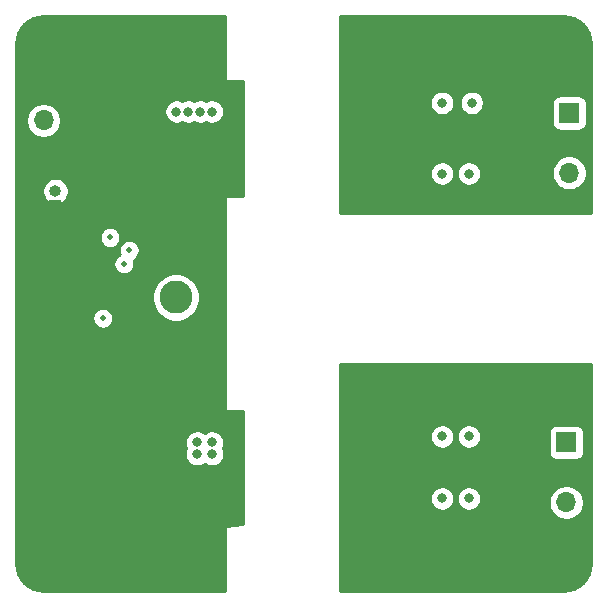
<source format=gbr>
G04 #@! TF.GenerationSoftware,KiCad,Pcbnew,5.1.5+dfsg1-2build2*
G04 #@! TF.CreationDate,2021-07-02T23:51:08+02:00*
G04 #@! TF.ProjectId,flyback_DCM,666c7962-6163-46b5-9f44-434d2e6b6963,rev?*
G04 #@! TF.SameCoordinates,Original*
G04 #@! TF.FileFunction,Copper,L3,Inr*
G04 #@! TF.FilePolarity,Positive*
%FSLAX46Y46*%
G04 Gerber Fmt 4.6, Leading zero omitted, Abs format (unit mm)*
G04 Created by KiCad (PCBNEW 5.1.5+dfsg1-2build2) date 2021-07-02 23:51:08*
%MOMM*%
%LPD*%
G04 APERTURE LIST*
%ADD10O,1.000000X1.000000*%
%ADD11R,1.000000X1.000000*%
%ADD12O,1.700000X1.700000*%
%ADD13R,1.700000X1.700000*%
%ADD14C,0.499999*%
%ADD15C,0.700000*%
%ADD16C,4.400000*%
%ADD17C,2.800000*%
%ADD18C,0.800000*%
%ADD19C,0.500000*%
%ADD20C,0.254000*%
G04 APERTURE END LIST*
D10*
X124000000Y-95480000D03*
D11*
X124000000Y-96750000D03*
D12*
X123000000Y-89500000D03*
D13*
X123000000Y-92040000D03*
D14*
X127000000Y-100000000D03*
X127000000Y-102500000D03*
X126259999Y-101250000D03*
X127740001Y-101250000D03*
D15*
X124166726Y-81833274D03*
X123000000Y-81350000D03*
X121833274Y-81833274D03*
X121350000Y-83000000D03*
X121833274Y-84166726D03*
X123000000Y-84650000D03*
X124166726Y-84166726D03*
X124650000Y-83000000D03*
D16*
X123000000Y-83000000D03*
D15*
X168166726Y-81833274D03*
X167000000Y-81350000D03*
X165833274Y-81833274D03*
X165350000Y-83000000D03*
X165833274Y-84166726D03*
X167000000Y-84650000D03*
X168166726Y-84166726D03*
X168650000Y-83000000D03*
D16*
X167000000Y-83000000D03*
D15*
X124166726Y-125833274D03*
X123000000Y-125350000D03*
X121833274Y-125833274D03*
X121350000Y-127000000D03*
X121833274Y-128166726D03*
X123000000Y-128650000D03*
X124166726Y-128166726D03*
X124650000Y-127000000D03*
D16*
X123000000Y-127000000D03*
D15*
X168166726Y-125833274D03*
X167000000Y-125350000D03*
X165833274Y-125833274D03*
X165350000Y-127000000D03*
X165833274Y-128166726D03*
X167000000Y-128650000D03*
X168166726Y-128166726D03*
X168650000Y-127000000D03*
D16*
X167000000Y-127000000D03*
D12*
X167500000Y-93940000D03*
X167500000Y-91400000D03*
D13*
X167500000Y-88860000D03*
X167250000Y-116760000D03*
D12*
X167250000Y-119300000D03*
X167250000Y-121840000D03*
D17*
X134208000Y-104484000D03*
D18*
X137250000Y-117750000D03*
D19*
X130250000Y-100500000D03*
D18*
X137250000Y-88750000D03*
X136250000Y-88750000D03*
X135250000Y-88750000D03*
X134250000Y-88750000D03*
X137250000Y-116750000D03*
X136000000Y-116750000D03*
X136000000Y-117750000D03*
X126000000Y-96500000D03*
X126000000Y-97750000D03*
X125000000Y-103500000D03*
X126250000Y-103500000D03*
X127500000Y-103500000D03*
X123250000Y-105250000D03*
X121250000Y-97250000D03*
X126000000Y-99000000D03*
X126000000Y-94500000D03*
X125500000Y-93250000D03*
X125000000Y-92000000D03*
X136250000Y-82750000D03*
X134500000Y-84250000D03*
X135750000Y-110750000D03*
X134750000Y-110750000D03*
X134750000Y-111750000D03*
X134750000Y-112750000D03*
X156750000Y-94000000D03*
X159000000Y-94000000D03*
X156750000Y-88000000D03*
X159250000Y-88000000D03*
X156750000Y-116250000D03*
X159000000Y-116250000D03*
X156750000Y-121500000D03*
X159000000Y-121500000D03*
X164750000Y-86000000D03*
X163750000Y-96000000D03*
X165000000Y-96000000D03*
X164500000Y-90000000D03*
X164500000Y-113750000D03*
X164500000Y-115250000D03*
X164750000Y-123250000D03*
D19*
X128620000Y-99404000D03*
X128000000Y-106250000D03*
X129800000Y-101650000D03*
D20*
G36*
X138373000Y-86000000D02*
G01*
X138375440Y-86024776D01*
X138382667Y-86048601D01*
X138394403Y-86070557D01*
X138410197Y-86089803D01*
X138429443Y-86105597D01*
X138451399Y-86117333D01*
X138475224Y-86124560D01*
X138500000Y-86127000D01*
X139873000Y-86127000D01*
X139873000Y-95873000D01*
X138500000Y-95873000D01*
X138475224Y-95875440D01*
X138451399Y-95882667D01*
X138429443Y-95894403D01*
X138410197Y-95910197D01*
X138394403Y-95929443D01*
X138382667Y-95951399D01*
X138375440Y-95975224D01*
X138373000Y-96000000D01*
X138373000Y-114000000D01*
X138375440Y-114024776D01*
X138382667Y-114048601D01*
X138394403Y-114070557D01*
X138410197Y-114089803D01*
X138429443Y-114105597D01*
X138451399Y-114117333D01*
X138475224Y-114124560D01*
X138500000Y-114127000D01*
X139873000Y-114127000D01*
X139873000Y-123675567D01*
X138482039Y-123874276D01*
X138451399Y-123882667D01*
X138429443Y-123894403D01*
X138410197Y-123910197D01*
X138394403Y-123929443D01*
X138382667Y-123951399D01*
X138375440Y-123975224D01*
X138373000Y-124000000D01*
X138373000Y-129340000D01*
X123032279Y-129340000D01*
X122546106Y-129292330D01*
X122109503Y-129160512D01*
X121706814Y-128946399D01*
X121353387Y-128658150D01*
X121062673Y-128306739D01*
X120845760Y-127905564D01*
X120710894Y-127469886D01*
X120660000Y-126985664D01*
X120660000Y-116648061D01*
X134965000Y-116648061D01*
X134965000Y-116851939D01*
X135004774Y-117051898D01*
X135082795Y-117240256D01*
X135089306Y-117250000D01*
X135082795Y-117259744D01*
X135004774Y-117448102D01*
X134965000Y-117648061D01*
X134965000Y-117851939D01*
X135004774Y-118051898D01*
X135082795Y-118240256D01*
X135196063Y-118409774D01*
X135340226Y-118553937D01*
X135509744Y-118667205D01*
X135698102Y-118745226D01*
X135898061Y-118785000D01*
X136101939Y-118785000D01*
X136301898Y-118745226D01*
X136490256Y-118667205D01*
X136625000Y-118577172D01*
X136759744Y-118667205D01*
X136948102Y-118745226D01*
X137148061Y-118785000D01*
X137351939Y-118785000D01*
X137551898Y-118745226D01*
X137740256Y-118667205D01*
X137909774Y-118553937D01*
X138053937Y-118409774D01*
X138167205Y-118240256D01*
X138245226Y-118051898D01*
X138285000Y-117851939D01*
X138285000Y-117648061D01*
X138245226Y-117448102D01*
X138167205Y-117259744D01*
X138160694Y-117250000D01*
X138167205Y-117240256D01*
X138245226Y-117051898D01*
X138285000Y-116851939D01*
X138285000Y-116648061D01*
X138245226Y-116448102D01*
X138167205Y-116259744D01*
X138053937Y-116090226D01*
X137909774Y-115946063D01*
X137740256Y-115832795D01*
X137551898Y-115754774D01*
X137351939Y-115715000D01*
X137148061Y-115715000D01*
X136948102Y-115754774D01*
X136759744Y-115832795D01*
X136625000Y-115922828D01*
X136490256Y-115832795D01*
X136301898Y-115754774D01*
X136101939Y-115715000D01*
X135898061Y-115715000D01*
X135698102Y-115754774D01*
X135509744Y-115832795D01*
X135340226Y-115946063D01*
X135196063Y-116090226D01*
X135082795Y-116259744D01*
X135004774Y-116448102D01*
X134965000Y-116648061D01*
X120660000Y-116648061D01*
X120660000Y-106162835D01*
X127115000Y-106162835D01*
X127115000Y-106337165D01*
X127149010Y-106508145D01*
X127215723Y-106669205D01*
X127312576Y-106814155D01*
X127435845Y-106937424D01*
X127580795Y-107034277D01*
X127741855Y-107100990D01*
X127912835Y-107135000D01*
X128087165Y-107135000D01*
X128258145Y-107100990D01*
X128419205Y-107034277D01*
X128564155Y-106937424D01*
X128687424Y-106814155D01*
X128784277Y-106669205D01*
X128850990Y-106508145D01*
X128885000Y-106337165D01*
X128885000Y-106162835D01*
X128850990Y-105991855D01*
X128784277Y-105830795D01*
X128687424Y-105685845D01*
X128564155Y-105562576D01*
X128419205Y-105465723D01*
X128258145Y-105399010D01*
X128087165Y-105365000D01*
X127912835Y-105365000D01*
X127741855Y-105399010D01*
X127580795Y-105465723D01*
X127435845Y-105562576D01*
X127312576Y-105685845D01*
X127215723Y-105830795D01*
X127149010Y-105991855D01*
X127115000Y-106162835D01*
X120660000Y-106162835D01*
X120660000Y-104283570D01*
X132173000Y-104283570D01*
X132173000Y-104684430D01*
X132251204Y-105077587D01*
X132404607Y-105447934D01*
X132627313Y-105781237D01*
X132910763Y-106064687D01*
X133244066Y-106287393D01*
X133614413Y-106440796D01*
X134007570Y-106519000D01*
X134408430Y-106519000D01*
X134801587Y-106440796D01*
X135171934Y-106287393D01*
X135505237Y-106064687D01*
X135788687Y-105781237D01*
X136011393Y-105447934D01*
X136164796Y-105077587D01*
X136243000Y-104684430D01*
X136243000Y-104283570D01*
X136164796Y-103890413D01*
X136011393Y-103520066D01*
X135788687Y-103186763D01*
X135505237Y-102903313D01*
X135171934Y-102680607D01*
X134801587Y-102527204D01*
X134408430Y-102449000D01*
X134007570Y-102449000D01*
X133614413Y-102527204D01*
X133244066Y-102680607D01*
X132910763Y-102903313D01*
X132627313Y-103186763D01*
X132404607Y-103520066D01*
X132251204Y-103890413D01*
X132173000Y-104283570D01*
X120660000Y-104283570D01*
X120660000Y-101562835D01*
X128915000Y-101562835D01*
X128915000Y-101737165D01*
X128949010Y-101908145D01*
X129015723Y-102069205D01*
X129112576Y-102214155D01*
X129235845Y-102337424D01*
X129380795Y-102434277D01*
X129541855Y-102500990D01*
X129712835Y-102535000D01*
X129887165Y-102535000D01*
X130058145Y-102500990D01*
X130219205Y-102434277D01*
X130364155Y-102337424D01*
X130487424Y-102214155D01*
X130584277Y-102069205D01*
X130650990Y-101908145D01*
X130685000Y-101737165D01*
X130685000Y-101562835D01*
X130650990Y-101391855D01*
X130615623Y-101306471D01*
X130669205Y-101284277D01*
X130814155Y-101187424D01*
X130937424Y-101064155D01*
X131034277Y-100919205D01*
X131100990Y-100758145D01*
X131135000Y-100587165D01*
X131135000Y-100412835D01*
X131100990Y-100241855D01*
X131034277Y-100080795D01*
X130937424Y-99935845D01*
X130814155Y-99812576D01*
X130669205Y-99715723D01*
X130508145Y-99649010D01*
X130337165Y-99615000D01*
X130162835Y-99615000D01*
X129991855Y-99649010D01*
X129830795Y-99715723D01*
X129685845Y-99812576D01*
X129562576Y-99935845D01*
X129465723Y-100080795D01*
X129399010Y-100241855D01*
X129365000Y-100412835D01*
X129365000Y-100587165D01*
X129399010Y-100758145D01*
X129434377Y-100843529D01*
X129380795Y-100865723D01*
X129235845Y-100962576D01*
X129112576Y-101085845D01*
X129015723Y-101230795D01*
X128949010Y-101391855D01*
X128915000Y-101562835D01*
X120660000Y-101562835D01*
X120660000Y-99316835D01*
X127735000Y-99316835D01*
X127735000Y-99491165D01*
X127769010Y-99662145D01*
X127835723Y-99823205D01*
X127932576Y-99968155D01*
X128055845Y-100091424D01*
X128200795Y-100188277D01*
X128361855Y-100254990D01*
X128532835Y-100289000D01*
X128707165Y-100289000D01*
X128878145Y-100254990D01*
X129039205Y-100188277D01*
X129184155Y-100091424D01*
X129307424Y-99968155D01*
X129404277Y-99823205D01*
X129470990Y-99662145D01*
X129505000Y-99491165D01*
X129505000Y-99316835D01*
X129470990Y-99145855D01*
X129404277Y-98984795D01*
X129307424Y-98839845D01*
X129184155Y-98716576D01*
X129039205Y-98619723D01*
X128878145Y-98553010D01*
X128707165Y-98519000D01*
X128532835Y-98519000D01*
X128361855Y-98553010D01*
X128200795Y-98619723D01*
X128055845Y-98716576D01*
X127932576Y-98839845D01*
X127835723Y-98984795D01*
X127769010Y-99145855D01*
X127735000Y-99316835D01*
X120660000Y-99316835D01*
X120660000Y-95368212D01*
X122865000Y-95368212D01*
X122865000Y-95591788D01*
X122908617Y-95811067D01*
X122994176Y-96017624D01*
X123118388Y-96203520D01*
X123276480Y-96361612D01*
X123462376Y-96485824D01*
X123668933Y-96571383D01*
X123888212Y-96615000D01*
X124111788Y-96615000D01*
X124331067Y-96571383D01*
X124537624Y-96485824D01*
X124723520Y-96361612D01*
X124881612Y-96203520D01*
X125005824Y-96017624D01*
X125091383Y-95811067D01*
X125135000Y-95591788D01*
X125135000Y-95368212D01*
X125091383Y-95148933D01*
X125005824Y-94942376D01*
X124881612Y-94756480D01*
X124723520Y-94598388D01*
X124537624Y-94474176D01*
X124331067Y-94388617D01*
X124111788Y-94345000D01*
X123888212Y-94345000D01*
X123668933Y-94388617D01*
X123462376Y-94474176D01*
X123276480Y-94598388D01*
X123118388Y-94756480D01*
X122994176Y-94942376D01*
X122908617Y-95148933D01*
X122865000Y-95368212D01*
X120660000Y-95368212D01*
X120660000Y-89353740D01*
X121515000Y-89353740D01*
X121515000Y-89646260D01*
X121572068Y-89933158D01*
X121684010Y-90203411D01*
X121846525Y-90446632D01*
X122053368Y-90653475D01*
X122296589Y-90815990D01*
X122566842Y-90927932D01*
X122853740Y-90985000D01*
X123146260Y-90985000D01*
X123433158Y-90927932D01*
X123703411Y-90815990D01*
X123946632Y-90653475D01*
X124153475Y-90446632D01*
X124315990Y-90203411D01*
X124427932Y-89933158D01*
X124485000Y-89646260D01*
X124485000Y-89353740D01*
X124427932Y-89066842D01*
X124315990Y-88796589D01*
X124216747Y-88648061D01*
X133215000Y-88648061D01*
X133215000Y-88851939D01*
X133254774Y-89051898D01*
X133332795Y-89240256D01*
X133446063Y-89409774D01*
X133590226Y-89553937D01*
X133759744Y-89667205D01*
X133948102Y-89745226D01*
X134148061Y-89785000D01*
X134351939Y-89785000D01*
X134551898Y-89745226D01*
X134740256Y-89667205D01*
X134750000Y-89660694D01*
X134759744Y-89667205D01*
X134948102Y-89745226D01*
X135148061Y-89785000D01*
X135351939Y-89785000D01*
X135551898Y-89745226D01*
X135740256Y-89667205D01*
X135750000Y-89660694D01*
X135759744Y-89667205D01*
X135948102Y-89745226D01*
X136148061Y-89785000D01*
X136351939Y-89785000D01*
X136551898Y-89745226D01*
X136740256Y-89667205D01*
X136750000Y-89660694D01*
X136759744Y-89667205D01*
X136948102Y-89745226D01*
X137148061Y-89785000D01*
X137351939Y-89785000D01*
X137551898Y-89745226D01*
X137740256Y-89667205D01*
X137909774Y-89553937D01*
X138053937Y-89409774D01*
X138167205Y-89240256D01*
X138245226Y-89051898D01*
X138285000Y-88851939D01*
X138285000Y-88648061D01*
X138245226Y-88448102D01*
X138167205Y-88259744D01*
X138053937Y-88090226D01*
X137909774Y-87946063D01*
X137740256Y-87832795D01*
X137551898Y-87754774D01*
X137351939Y-87715000D01*
X137148061Y-87715000D01*
X136948102Y-87754774D01*
X136759744Y-87832795D01*
X136750000Y-87839306D01*
X136740256Y-87832795D01*
X136551898Y-87754774D01*
X136351939Y-87715000D01*
X136148061Y-87715000D01*
X135948102Y-87754774D01*
X135759744Y-87832795D01*
X135750000Y-87839306D01*
X135740256Y-87832795D01*
X135551898Y-87754774D01*
X135351939Y-87715000D01*
X135148061Y-87715000D01*
X134948102Y-87754774D01*
X134759744Y-87832795D01*
X134750000Y-87839306D01*
X134740256Y-87832795D01*
X134551898Y-87754774D01*
X134351939Y-87715000D01*
X134148061Y-87715000D01*
X133948102Y-87754774D01*
X133759744Y-87832795D01*
X133590226Y-87946063D01*
X133446063Y-88090226D01*
X133332795Y-88259744D01*
X133254774Y-88448102D01*
X133215000Y-88648061D01*
X124216747Y-88648061D01*
X124153475Y-88553368D01*
X123946632Y-88346525D01*
X123703411Y-88184010D01*
X123433158Y-88072068D01*
X123146260Y-88015000D01*
X122853740Y-88015000D01*
X122566842Y-88072068D01*
X122296589Y-88184010D01*
X122053368Y-88346525D01*
X121846525Y-88553368D01*
X121684010Y-88796589D01*
X121572068Y-89066842D01*
X121515000Y-89353740D01*
X120660000Y-89353740D01*
X120660000Y-83032279D01*
X120707670Y-82546107D01*
X120839489Y-82109502D01*
X121053600Y-81706815D01*
X121341848Y-81353388D01*
X121693261Y-81062673D01*
X122094439Y-80845758D01*
X122530113Y-80710894D01*
X123014344Y-80660000D01*
X138373000Y-80660000D01*
X138373000Y-86000000D01*
G37*
X138373000Y-86000000D02*
X138375440Y-86024776D01*
X138382667Y-86048601D01*
X138394403Y-86070557D01*
X138410197Y-86089803D01*
X138429443Y-86105597D01*
X138451399Y-86117333D01*
X138475224Y-86124560D01*
X138500000Y-86127000D01*
X139873000Y-86127000D01*
X139873000Y-95873000D01*
X138500000Y-95873000D01*
X138475224Y-95875440D01*
X138451399Y-95882667D01*
X138429443Y-95894403D01*
X138410197Y-95910197D01*
X138394403Y-95929443D01*
X138382667Y-95951399D01*
X138375440Y-95975224D01*
X138373000Y-96000000D01*
X138373000Y-114000000D01*
X138375440Y-114024776D01*
X138382667Y-114048601D01*
X138394403Y-114070557D01*
X138410197Y-114089803D01*
X138429443Y-114105597D01*
X138451399Y-114117333D01*
X138475224Y-114124560D01*
X138500000Y-114127000D01*
X139873000Y-114127000D01*
X139873000Y-123675567D01*
X138482039Y-123874276D01*
X138451399Y-123882667D01*
X138429443Y-123894403D01*
X138410197Y-123910197D01*
X138394403Y-123929443D01*
X138382667Y-123951399D01*
X138375440Y-123975224D01*
X138373000Y-124000000D01*
X138373000Y-129340000D01*
X123032279Y-129340000D01*
X122546106Y-129292330D01*
X122109503Y-129160512D01*
X121706814Y-128946399D01*
X121353387Y-128658150D01*
X121062673Y-128306739D01*
X120845760Y-127905564D01*
X120710894Y-127469886D01*
X120660000Y-126985664D01*
X120660000Y-116648061D01*
X134965000Y-116648061D01*
X134965000Y-116851939D01*
X135004774Y-117051898D01*
X135082795Y-117240256D01*
X135089306Y-117250000D01*
X135082795Y-117259744D01*
X135004774Y-117448102D01*
X134965000Y-117648061D01*
X134965000Y-117851939D01*
X135004774Y-118051898D01*
X135082795Y-118240256D01*
X135196063Y-118409774D01*
X135340226Y-118553937D01*
X135509744Y-118667205D01*
X135698102Y-118745226D01*
X135898061Y-118785000D01*
X136101939Y-118785000D01*
X136301898Y-118745226D01*
X136490256Y-118667205D01*
X136625000Y-118577172D01*
X136759744Y-118667205D01*
X136948102Y-118745226D01*
X137148061Y-118785000D01*
X137351939Y-118785000D01*
X137551898Y-118745226D01*
X137740256Y-118667205D01*
X137909774Y-118553937D01*
X138053937Y-118409774D01*
X138167205Y-118240256D01*
X138245226Y-118051898D01*
X138285000Y-117851939D01*
X138285000Y-117648061D01*
X138245226Y-117448102D01*
X138167205Y-117259744D01*
X138160694Y-117250000D01*
X138167205Y-117240256D01*
X138245226Y-117051898D01*
X138285000Y-116851939D01*
X138285000Y-116648061D01*
X138245226Y-116448102D01*
X138167205Y-116259744D01*
X138053937Y-116090226D01*
X137909774Y-115946063D01*
X137740256Y-115832795D01*
X137551898Y-115754774D01*
X137351939Y-115715000D01*
X137148061Y-115715000D01*
X136948102Y-115754774D01*
X136759744Y-115832795D01*
X136625000Y-115922828D01*
X136490256Y-115832795D01*
X136301898Y-115754774D01*
X136101939Y-115715000D01*
X135898061Y-115715000D01*
X135698102Y-115754774D01*
X135509744Y-115832795D01*
X135340226Y-115946063D01*
X135196063Y-116090226D01*
X135082795Y-116259744D01*
X135004774Y-116448102D01*
X134965000Y-116648061D01*
X120660000Y-116648061D01*
X120660000Y-106162835D01*
X127115000Y-106162835D01*
X127115000Y-106337165D01*
X127149010Y-106508145D01*
X127215723Y-106669205D01*
X127312576Y-106814155D01*
X127435845Y-106937424D01*
X127580795Y-107034277D01*
X127741855Y-107100990D01*
X127912835Y-107135000D01*
X128087165Y-107135000D01*
X128258145Y-107100990D01*
X128419205Y-107034277D01*
X128564155Y-106937424D01*
X128687424Y-106814155D01*
X128784277Y-106669205D01*
X128850990Y-106508145D01*
X128885000Y-106337165D01*
X128885000Y-106162835D01*
X128850990Y-105991855D01*
X128784277Y-105830795D01*
X128687424Y-105685845D01*
X128564155Y-105562576D01*
X128419205Y-105465723D01*
X128258145Y-105399010D01*
X128087165Y-105365000D01*
X127912835Y-105365000D01*
X127741855Y-105399010D01*
X127580795Y-105465723D01*
X127435845Y-105562576D01*
X127312576Y-105685845D01*
X127215723Y-105830795D01*
X127149010Y-105991855D01*
X127115000Y-106162835D01*
X120660000Y-106162835D01*
X120660000Y-104283570D01*
X132173000Y-104283570D01*
X132173000Y-104684430D01*
X132251204Y-105077587D01*
X132404607Y-105447934D01*
X132627313Y-105781237D01*
X132910763Y-106064687D01*
X133244066Y-106287393D01*
X133614413Y-106440796D01*
X134007570Y-106519000D01*
X134408430Y-106519000D01*
X134801587Y-106440796D01*
X135171934Y-106287393D01*
X135505237Y-106064687D01*
X135788687Y-105781237D01*
X136011393Y-105447934D01*
X136164796Y-105077587D01*
X136243000Y-104684430D01*
X136243000Y-104283570D01*
X136164796Y-103890413D01*
X136011393Y-103520066D01*
X135788687Y-103186763D01*
X135505237Y-102903313D01*
X135171934Y-102680607D01*
X134801587Y-102527204D01*
X134408430Y-102449000D01*
X134007570Y-102449000D01*
X133614413Y-102527204D01*
X133244066Y-102680607D01*
X132910763Y-102903313D01*
X132627313Y-103186763D01*
X132404607Y-103520066D01*
X132251204Y-103890413D01*
X132173000Y-104283570D01*
X120660000Y-104283570D01*
X120660000Y-101562835D01*
X128915000Y-101562835D01*
X128915000Y-101737165D01*
X128949010Y-101908145D01*
X129015723Y-102069205D01*
X129112576Y-102214155D01*
X129235845Y-102337424D01*
X129380795Y-102434277D01*
X129541855Y-102500990D01*
X129712835Y-102535000D01*
X129887165Y-102535000D01*
X130058145Y-102500990D01*
X130219205Y-102434277D01*
X130364155Y-102337424D01*
X130487424Y-102214155D01*
X130584277Y-102069205D01*
X130650990Y-101908145D01*
X130685000Y-101737165D01*
X130685000Y-101562835D01*
X130650990Y-101391855D01*
X130615623Y-101306471D01*
X130669205Y-101284277D01*
X130814155Y-101187424D01*
X130937424Y-101064155D01*
X131034277Y-100919205D01*
X131100990Y-100758145D01*
X131135000Y-100587165D01*
X131135000Y-100412835D01*
X131100990Y-100241855D01*
X131034277Y-100080795D01*
X130937424Y-99935845D01*
X130814155Y-99812576D01*
X130669205Y-99715723D01*
X130508145Y-99649010D01*
X130337165Y-99615000D01*
X130162835Y-99615000D01*
X129991855Y-99649010D01*
X129830795Y-99715723D01*
X129685845Y-99812576D01*
X129562576Y-99935845D01*
X129465723Y-100080795D01*
X129399010Y-100241855D01*
X129365000Y-100412835D01*
X129365000Y-100587165D01*
X129399010Y-100758145D01*
X129434377Y-100843529D01*
X129380795Y-100865723D01*
X129235845Y-100962576D01*
X129112576Y-101085845D01*
X129015723Y-101230795D01*
X128949010Y-101391855D01*
X128915000Y-101562835D01*
X120660000Y-101562835D01*
X120660000Y-99316835D01*
X127735000Y-99316835D01*
X127735000Y-99491165D01*
X127769010Y-99662145D01*
X127835723Y-99823205D01*
X127932576Y-99968155D01*
X128055845Y-100091424D01*
X128200795Y-100188277D01*
X128361855Y-100254990D01*
X128532835Y-100289000D01*
X128707165Y-100289000D01*
X128878145Y-100254990D01*
X129039205Y-100188277D01*
X129184155Y-100091424D01*
X129307424Y-99968155D01*
X129404277Y-99823205D01*
X129470990Y-99662145D01*
X129505000Y-99491165D01*
X129505000Y-99316835D01*
X129470990Y-99145855D01*
X129404277Y-98984795D01*
X129307424Y-98839845D01*
X129184155Y-98716576D01*
X129039205Y-98619723D01*
X128878145Y-98553010D01*
X128707165Y-98519000D01*
X128532835Y-98519000D01*
X128361855Y-98553010D01*
X128200795Y-98619723D01*
X128055845Y-98716576D01*
X127932576Y-98839845D01*
X127835723Y-98984795D01*
X127769010Y-99145855D01*
X127735000Y-99316835D01*
X120660000Y-99316835D01*
X120660000Y-95368212D01*
X122865000Y-95368212D01*
X122865000Y-95591788D01*
X122908617Y-95811067D01*
X122994176Y-96017624D01*
X123118388Y-96203520D01*
X123276480Y-96361612D01*
X123462376Y-96485824D01*
X123668933Y-96571383D01*
X123888212Y-96615000D01*
X124111788Y-96615000D01*
X124331067Y-96571383D01*
X124537624Y-96485824D01*
X124723520Y-96361612D01*
X124881612Y-96203520D01*
X125005824Y-96017624D01*
X125091383Y-95811067D01*
X125135000Y-95591788D01*
X125135000Y-95368212D01*
X125091383Y-95148933D01*
X125005824Y-94942376D01*
X124881612Y-94756480D01*
X124723520Y-94598388D01*
X124537624Y-94474176D01*
X124331067Y-94388617D01*
X124111788Y-94345000D01*
X123888212Y-94345000D01*
X123668933Y-94388617D01*
X123462376Y-94474176D01*
X123276480Y-94598388D01*
X123118388Y-94756480D01*
X122994176Y-94942376D01*
X122908617Y-95148933D01*
X122865000Y-95368212D01*
X120660000Y-95368212D01*
X120660000Y-89353740D01*
X121515000Y-89353740D01*
X121515000Y-89646260D01*
X121572068Y-89933158D01*
X121684010Y-90203411D01*
X121846525Y-90446632D01*
X122053368Y-90653475D01*
X122296589Y-90815990D01*
X122566842Y-90927932D01*
X122853740Y-90985000D01*
X123146260Y-90985000D01*
X123433158Y-90927932D01*
X123703411Y-90815990D01*
X123946632Y-90653475D01*
X124153475Y-90446632D01*
X124315990Y-90203411D01*
X124427932Y-89933158D01*
X124485000Y-89646260D01*
X124485000Y-89353740D01*
X124427932Y-89066842D01*
X124315990Y-88796589D01*
X124216747Y-88648061D01*
X133215000Y-88648061D01*
X133215000Y-88851939D01*
X133254774Y-89051898D01*
X133332795Y-89240256D01*
X133446063Y-89409774D01*
X133590226Y-89553937D01*
X133759744Y-89667205D01*
X133948102Y-89745226D01*
X134148061Y-89785000D01*
X134351939Y-89785000D01*
X134551898Y-89745226D01*
X134740256Y-89667205D01*
X134750000Y-89660694D01*
X134759744Y-89667205D01*
X134948102Y-89745226D01*
X135148061Y-89785000D01*
X135351939Y-89785000D01*
X135551898Y-89745226D01*
X135740256Y-89667205D01*
X135750000Y-89660694D01*
X135759744Y-89667205D01*
X135948102Y-89745226D01*
X136148061Y-89785000D01*
X136351939Y-89785000D01*
X136551898Y-89745226D01*
X136740256Y-89667205D01*
X136750000Y-89660694D01*
X136759744Y-89667205D01*
X136948102Y-89745226D01*
X137148061Y-89785000D01*
X137351939Y-89785000D01*
X137551898Y-89745226D01*
X137740256Y-89667205D01*
X137909774Y-89553937D01*
X138053937Y-89409774D01*
X138167205Y-89240256D01*
X138245226Y-89051898D01*
X138285000Y-88851939D01*
X138285000Y-88648061D01*
X138245226Y-88448102D01*
X138167205Y-88259744D01*
X138053937Y-88090226D01*
X137909774Y-87946063D01*
X137740256Y-87832795D01*
X137551898Y-87754774D01*
X137351939Y-87715000D01*
X137148061Y-87715000D01*
X136948102Y-87754774D01*
X136759744Y-87832795D01*
X136750000Y-87839306D01*
X136740256Y-87832795D01*
X136551898Y-87754774D01*
X136351939Y-87715000D01*
X136148061Y-87715000D01*
X135948102Y-87754774D01*
X135759744Y-87832795D01*
X135750000Y-87839306D01*
X135740256Y-87832795D01*
X135551898Y-87754774D01*
X135351939Y-87715000D01*
X135148061Y-87715000D01*
X134948102Y-87754774D01*
X134759744Y-87832795D01*
X134750000Y-87839306D01*
X134740256Y-87832795D01*
X134551898Y-87754774D01*
X134351939Y-87715000D01*
X134148061Y-87715000D01*
X133948102Y-87754774D01*
X133759744Y-87832795D01*
X133590226Y-87946063D01*
X133446063Y-88090226D01*
X133332795Y-88259744D01*
X133254774Y-88448102D01*
X133215000Y-88648061D01*
X124216747Y-88648061D01*
X124153475Y-88553368D01*
X123946632Y-88346525D01*
X123703411Y-88184010D01*
X123433158Y-88072068D01*
X123146260Y-88015000D01*
X122853740Y-88015000D01*
X122566842Y-88072068D01*
X122296589Y-88184010D01*
X122053368Y-88346525D01*
X121846525Y-88553368D01*
X121684010Y-88796589D01*
X121572068Y-89066842D01*
X121515000Y-89353740D01*
X120660000Y-89353740D01*
X120660000Y-83032279D01*
X120707670Y-82546107D01*
X120839489Y-82109502D01*
X121053600Y-81706815D01*
X121341848Y-81353388D01*
X121693261Y-81062673D01*
X122094439Y-80845758D01*
X122530113Y-80710894D01*
X123014344Y-80660000D01*
X138373000Y-80660000D01*
X138373000Y-86000000D01*
G36*
X167453893Y-80707670D02*
G01*
X167890498Y-80839489D01*
X168293185Y-81053600D01*
X168646612Y-81341848D01*
X168937327Y-81693261D01*
X169154242Y-82094439D01*
X169289106Y-82530113D01*
X169340000Y-83014344D01*
X169340000Y-97373000D01*
X148127000Y-97373000D01*
X148127000Y-93898061D01*
X155715000Y-93898061D01*
X155715000Y-94101939D01*
X155754774Y-94301898D01*
X155832795Y-94490256D01*
X155946063Y-94659774D01*
X156090226Y-94803937D01*
X156259744Y-94917205D01*
X156448102Y-94995226D01*
X156648061Y-95035000D01*
X156851939Y-95035000D01*
X157051898Y-94995226D01*
X157240256Y-94917205D01*
X157409774Y-94803937D01*
X157553937Y-94659774D01*
X157667205Y-94490256D01*
X157745226Y-94301898D01*
X157785000Y-94101939D01*
X157785000Y-93898061D01*
X157965000Y-93898061D01*
X157965000Y-94101939D01*
X158004774Y-94301898D01*
X158082795Y-94490256D01*
X158196063Y-94659774D01*
X158340226Y-94803937D01*
X158509744Y-94917205D01*
X158698102Y-94995226D01*
X158898061Y-95035000D01*
X159101939Y-95035000D01*
X159301898Y-94995226D01*
X159490256Y-94917205D01*
X159659774Y-94803937D01*
X159803937Y-94659774D01*
X159917205Y-94490256D01*
X159995226Y-94301898D01*
X160035000Y-94101939D01*
X160035000Y-93898061D01*
X160014250Y-93793740D01*
X166015000Y-93793740D01*
X166015000Y-94086260D01*
X166072068Y-94373158D01*
X166184010Y-94643411D01*
X166346525Y-94886632D01*
X166553368Y-95093475D01*
X166796589Y-95255990D01*
X167066842Y-95367932D01*
X167353740Y-95425000D01*
X167646260Y-95425000D01*
X167933158Y-95367932D01*
X168203411Y-95255990D01*
X168446632Y-95093475D01*
X168653475Y-94886632D01*
X168815990Y-94643411D01*
X168927932Y-94373158D01*
X168985000Y-94086260D01*
X168985000Y-93793740D01*
X168927932Y-93506842D01*
X168815990Y-93236589D01*
X168653475Y-92993368D01*
X168446632Y-92786525D01*
X168203411Y-92624010D01*
X167933158Y-92512068D01*
X167646260Y-92455000D01*
X167353740Y-92455000D01*
X167066842Y-92512068D01*
X166796589Y-92624010D01*
X166553368Y-92786525D01*
X166346525Y-92993368D01*
X166184010Y-93236589D01*
X166072068Y-93506842D01*
X166015000Y-93793740D01*
X160014250Y-93793740D01*
X159995226Y-93698102D01*
X159917205Y-93509744D01*
X159803937Y-93340226D01*
X159659774Y-93196063D01*
X159490256Y-93082795D01*
X159301898Y-93004774D01*
X159101939Y-92965000D01*
X158898061Y-92965000D01*
X158698102Y-93004774D01*
X158509744Y-93082795D01*
X158340226Y-93196063D01*
X158196063Y-93340226D01*
X158082795Y-93509744D01*
X158004774Y-93698102D01*
X157965000Y-93898061D01*
X157785000Y-93898061D01*
X157745226Y-93698102D01*
X157667205Y-93509744D01*
X157553937Y-93340226D01*
X157409774Y-93196063D01*
X157240256Y-93082795D01*
X157051898Y-93004774D01*
X156851939Y-92965000D01*
X156648061Y-92965000D01*
X156448102Y-93004774D01*
X156259744Y-93082795D01*
X156090226Y-93196063D01*
X155946063Y-93340226D01*
X155832795Y-93509744D01*
X155754774Y-93698102D01*
X155715000Y-93898061D01*
X148127000Y-93898061D01*
X148127000Y-87898061D01*
X155715000Y-87898061D01*
X155715000Y-88101939D01*
X155754774Y-88301898D01*
X155832795Y-88490256D01*
X155946063Y-88659774D01*
X156090226Y-88803937D01*
X156259744Y-88917205D01*
X156448102Y-88995226D01*
X156648061Y-89035000D01*
X156851939Y-89035000D01*
X157051898Y-88995226D01*
X157240256Y-88917205D01*
X157409774Y-88803937D01*
X157553937Y-88659774D01*
X157667205Y-88490256D01*
X157745226Y-88301898D01*
X157785000Y-88101939D01*
X157785000Y-87898061D01*
X158215000Y-87898061D01*
X158215000Y-88101939D01*
X158254774Y-88301898D01*
X158332795Y-88490256D01*
X158446063Y-88659774D01*
X158590226Y-88803937D01*
X158759744Y-88917205D01*
X158948102Y-88995226D01*
X159148061Y-89035000D01*
X159351939Y-89035000D01*
X159551898Y-88995226D01*
X159740256Y-88917205D01*
X159909774Y-88803937D01*
X160053937Y-88659774D01*
X160167205Y-88490256D01*
X160245226Y-88301898D01*
X160285000Y-88101939D01*
X160285000Y-88010000D01*
X166011928Y-88010000D01*
X166011928Y-89710000D01*
X166024188Y-89834482D01*
X166060498Y-89954180D01*
X166119463Y-90064494D01*
X166198815Y-90161185D01*
X166295506Y-90240537D01*
X166405820Y-90299502D01*
X166525518Y-90335812D01*
X166650000Y-90348072D01*
X168350000Y-90348072D01*
X168474482Y-90335812D01*
X168594180Y-90299502D01*
X168704494Y-90240537D01*
X168801185Y-90161185D01*
X168880537Y-90064494D01*
X168939502Y-89954180D01*
X168975812Y-89834482D01*
X168988072Y-89710000D01*
X168988072Y-88010000D01*
X168975812Y-87885518D01*
X168939502Y-87765820D01*
X168880537Y-87655506D01*
X168801185Y-87558815D01*
X168704494Y-87479463D01*
X168594180Y-87420498D01*
X168474482Y-87384188D01*
X168350000Y-87371928D01*
X166650000Y-87371928D01*
X166525518Y-87384188D01*
X166405820Y-87420498D01*
X166295506Y-87479463D01*
X166198815Y-87558815D01*
X166119463Y-87655506D01*
X166060498Y-87765820D01*
X166024188Y-87885518D01*
X166011928Y-88010000D01*
X160285000Y-88010000D01*
X160285000Y-87898061D01*
X160245226Y-87698102D01*
X160167205Y-87509744D01*
X160053937Y-87340226D01*
X159909774Y-87196063D01*
X159740256Y-87082795D01*
X159551898Y-87004774D01*
X159351939Y-86965000D01*
X159148061Y-86965000D01*
X158948102Y-87004774D01*
X158759744Y-87082795D01*
X158590226Y-87196063D01*
X158446063Y-87340226D01*
X158332795Y-87509744D01*
X158254774Y-87698102D01*
X158215000Y-87898061D01*
X157785000Y-87898061D01*
X157745226Y-87698102D01*
X157667205Y-87509744D01*
X157553937Y-87340226D01*
X157409774Y-87196063D01*
X157240256Y-87082795D01*
X157051898Y-87004774D01*
X156851939Y-86965000D01*
X156648061Y-86965000D01*
X156448102Y-87004774D01*
X156259744Y-87082795D01*
X156090226Y-87196063D01*
X155946063Y-87340226D01*
X155832795Y-87509744D01*
X155754774Y-87698102D01*
X155715000Y-87898061D01*
X148127000Y-87898061D01*
X148127000Y-80660000D01*
X166967721Y-80660000D01*
X167453893Y-80707670D01*
G37*
X167453893Y-80707670D02*
X167890498Y-80839489D01*
X168293185Y-81053600D01*
X168646612Y-81341848D01*
X168937327Y-81693261D01*
X169154242Y-82094439D01*
X169289106Y-82530113D01*
X169340000Y-83014344D01*
X169340000Y-97373000D01*
X148127000Y-97373000D01*
X148127000Y-93898061D01*
X155715000Y-93898061D01*
X155715000Y-94101939D01*
X155754774Y-94301898D01*
X155832795Y-94490256D01*
X155946063Y-94659774D01*
X156090226Y-94803937D01*
X156259744Y-94917205D01*
X156448102Y-94995226D01*
X156648061Y-95035000D01*
X156851939Y-95035000D01*
X157051898Y-94995226D01*
X157240256Y-94917205D01*
X157409774Y-94803937D01*
X157553937Y-94659774D01*
X157667205Y-94490256D01*
X157745226Y-94301898D01*
X157785000Y-94101939D01*
X157785000Y-93898061D01*
X157965000Y-93898061D01*
X157965000Y-94101939D01*
X158004774Y-94301898D01*
X158082795Y-94490256D01*
X158196063Y-94659774D01*
X158340226Y-94803937D01*
X158509744Y-94917205D01*
X158698102Y-94995226D01*
X158898061Y-95035000D01*
X159101939Y-95035000D01*
X159301898Y-94995226D01*
X159490256Y-94917205D01*
X159659774Y-94803937D01*
X159803937Y-94659774D01*
X159917205Y-94490256D01*
X159995226Y-94301898D01*
X160035000Y-94101939D01*
X160035000Y-93898061D01*
X160014250Y-93793740D01*
X166015000Y-93793740D01*
X166015000Y-94086260D01*
X166072068Y-94373158D01*
X166184010Y-94643411D01*
X166346525Y-94886632D01*
X166553368Y-95093475D01*
X166796589Y-95255990D01*
X167066842Y-95367932D01*
X167353740Y-95425000D01*
X167646260Y-95425000D01*
X167933158Y-95367932D01*
X168203411Y-95255990D01*
X168446632Y-95093475D01*
X168653475Y-94886632D01*
X168815990Y-94643411D01*
X168927932Y-94373158D01*
X168985000Y-94086260D01*
X168985000Y-93793740D01*
X168927932Y-93506842D01*
X168815990Y-93236589D01*
X168653475Y-92993368D01*
X168446632Y-92786525D01*
X168203411Y-92624010D01*
X167933158Y-92512068D01*
X167646260Y-92455000D01*
X167353740Y-92455000D01*
X167066842Y-92512068D01*
X166796589Y-92624010D01*
X166553368Y-92786525D01*
X166346525Y-92993368D01*
X166184010Y-93236589D01*
X166072068Y-93506842D01*
X166015000Y-93793740D01*
X160014250Y-93793740D01*
X159995226Y-93698102D01*
X159917205Y-93509744D01*
X159803937Y-93340226D01*
X159659774Y-93196063D01*
X159490256Y-93082795D01*
X159301898Y-93004774D01*
X159101939Y-92965000D01*
X158898061Y-92965000D01*
X158698102Y-93004774D01*
X158509744Y-93082795D01*
X158340226Y-93196063D01*
X158196063Y-93340226D01*
X158082795Y-93509744D01*
X158004774Y-93698102D01*
X157965000Y-93898061D01*
X157785000Y-93898061D01*
X157745226Y-93698102D01*
X157667205Y-93509744D01*
X157553937Y-93340226D01*
X157409774Y-93196063D01*
X157240256Y-93082795D01*
X157051898Y-93004774D01*
X156851939Y-92965000D01*
X156648061Y-92965000D01*
X156448102Y-93004774D01*
X156259744Y-93082795D01*
X156090226Y-93196063D01*
X155946063Y-93340226D01*
X155832795Y-93509744D01*
X155754774Y-93698102D01*
X155715000Y-93898061D01*
X148127000Y-93898061D01*
X148127000Y-87898061D01*
X155715000Y-87898061D01*
X155715000Y-88101939D01*
X155754774Y-88301898D01*
X155832795Y-88490256D01*
X155946063Y-88659774D01*
X156090226Y-88803937D01*
X156259744Y-88917205D01*
X156448102Y-88995226D01*
X156648061Y-89035000D01*
X156851939Y-89035000D01*
X157051898Y-88995226D01*
X157240256Y-88917205D01*
X157409774Y-88803937D01*
X157553937Y-88659774D01*
X157667205Y-88490256D01*
X157745226Y-88301898D01*
X157785000Y-88101939D01*
X157785000Y-87898061D01*
X158215000Y-87898061D01*
X158215000Y-88101939D01*
X158254774Y-88301898D01*
X158332795Y-88490256D01*
X158446063Y-88659774D01*
X158590226Y-88803937D01*
X158759744Y-88917205D01*
X158948102Y-88995226D01*
X159148061Y-89035000D01*
X159351939Y-89035000D01*
X159551898Y-88995226D01*
X159740256Y-88917205D01*
X159909774Y-88803937D01*
X160053937Y-88659774D01*
X160167205Y-88490256D01*
X160245226Y-88301898D01*
X160285000Y-88101939D01*
X160285000Y-88010000D01*
X166011928Y-88010000D01*
X166011928Y-89710000D01*
X166024188Y-89834482D01*
X166060498Y-89954180D01*
X166119463Y-90064494D01*
X166198815Y-90161185D01*
X166295506Y-90240537D01*
X166405820Y-90299502D01*
X166525518Y-90335812D01*
X166650000Y-90348072D01*
X168350000Y-90348072D01*
X168474482Y-90335812D01*
X168594180Y-90299502D01*
X168704494Y-90240537D01*
X168801185Y-90161185D01*
X168880537Y-90064494D01*
X168939502Y-89954180D01*
X168975812Y-89834482D01*
X168988072Y-89710000D01*
X168988072Y-88010000D01*
X168975812Y-87885518D01*
X168939502Y-87765820D01*
X168880537Y-87655506D01*
X168801185Y-87558815D01*
X168704494Y-87479463D01*
X168594180Y-87420498D01*
X168474482Y-87384188D01*
X168350000Y-87371928D01*
X166650000Y-87371928D01*
X166525518Y-87384188D01*
X166405820Y-87420498D01*
X166295506Y-87479463D01*
X166198815Y-87558815D01*
X166119463Y-87655506D01*
X166060498Y-87765820D01*
X166024188Y-87885518D01*
X166011928Y-88010000D01*
X160285000Y-88010000D01*
X160285000Y-87898061D01*
X160245226Y-87698102D01*
X160167205Y-87509744D01*
X160053937Y-87340226D01*
X159909774Y-87196063D01*
X159740256Y-87082795D01*
X159551898Y-87004774D01*
X159351939Y-86965000D01*
X159148061Y-86965000D01*
X158948102Y-87004774D01*
X158759744Y-87082795D01*
X158590226Y-87196063D01*
X158446063Y-87340226D01*
X158332795Y-87509744D01*
X158254774Y-87698102D01*
X158215000Y-87898061D01*
X157785000Y-87898061D01*
X157745226Y-87698102D01*
X157667205Y-87509744D01*
X157553937Y-87340226D01*
X157409774Y-87196063D01*
X157240256Y-87082795D01*
X157051898Y-87004774D01*
X156851939Y-86965000D01*
X156648061Y-86965000D01*
X156448102Y-87004774D01*
X156259744Y-87082795D01*
X156090226Y-87196063D01*
X155946063Y-87340226D01*
X155832795Y-87509744D01*
X155754774Y-87698102D01*
X155715000Y-87898061D01*
X148127000Y-87898061D01*
X148127000Y-80660000D01*
X166967721Y-80660000D01*
X167453893Y-80707670D01*
G36*
X169340001Y-126967711D02*
G01*
X169292330Y-127453894D01*
X169160512Y-127890497D01*
X168946399Y-128293186D01*
X168658150Y-128646613D01*
X168306739Y-128937327D01*
X167905564Y-129154240D01*
X167469886Y-129289106D01*
X166985664Y-129340000D01*
X148127000Y-129340000D01*
X148127000Y-121398061D01*
X155715000Y-121398061D01*
X155715000Y-121601939D01*
X155754774Y-121801898D01*
X155832795Y-121990256D01*
X155946063Y-122159774D01*
X156090226Y-122303937D01*
X156259744Y-122417205D01*
X156448102Y-122495226D01*
X156648061Y-122535000D01*
X156851939Y-122535000D01*
X157051898Y-122495226D01*
X157240256Y-122417205D01*
X157409774Y-122303937D01*
X157553937Y-122159774D01*
X157667205Y-121990256D01*
X157745226Y-121801898D01*
X157785000Y-121601939D01*
X157785000Y-121398061D01*
X157965000Y-121398061D01*
X157965000Y-121601939D01*
X158004774Y-121801898D01*
X158082795Y-121990256D01*
X158196063Y-122159774D01*
X158340226Y-122303937D01*
X158509744Y-122417205D01*
X158698102Y-122495226D01*
X158898061Y-122535000D01*
X159101939Y-122535000D01*
X159301898Y-122495226D01*
X159490256Y-122417205D01*
X159659774Y-122303937D01*
X159803937Y-122159774D01*
X159917205Y-121990256D01*
X159995226Y-121801898D01*
X160016739Y-121693740D01*
X165765000Y-121693740D01*
X165765000Y-121986260D01*
X165822068Y-122273158D01*
X165934010Y-122543411D01*
X166096525Y-122786632D01*
X166303368Y-122993475D01*
X166546589Y-123155990D01*
X166816842Y-123267932D01*
X167103740Y-123325000D01*
X167396260Y-123325000D01*
X167683158Y-123267932D01*
X167953411Y-123155990D01*
X168196632Y-122993475D01*
X168403475Y-122786632D01*
X168565990Y-122543411D01*
X168677932Y-122273158D01*
X168735000Y-121986260D01*
X168735000Y-121693740D01*
X168677932Y-121406842D01*
X168565990Y-121136589D01*
X168403475Y-120893368D01*
X168196632Y-120686525D01*
X167953411Y-120524010D01*
X167683158Y-120412068D01*
X167396260Y-120355000D01*
X167103740Y-120355000D01*
X166816842Y-120412068D01*
X166546589Y-120524010D01*
X166303368Y-120686525D01*
X166096525Y-120893368D01*
X165934010Y-121136589D01*
X165822068Y-121406842D01*
X165765000Y-121693740D01*
X160016739Y-121693740D01*
X160035000Y-121601939D01*
X160035000Y-121398061D01*
X159995226Y-121198102D01*
X159917205Y-121009744D01*
X159803937Y-120840226D01*
X159659774Y-120696063D01*
X159490256Y-120582795D01*
X159301898Y-120504774D01*
X159101939Y-120465000D01*
X158898061Y-120465000D01*
X158698102Y-120504774D01*
X158509744Y-120582795D01*
X158340226Y-120696063D01*
X158196063Y-120840226D01*
X158082795Y-121009744D01*
X158004774Y-121198102D01*
X157965000Y-121398061D01*
X157785000Y-121398061D01*
X157745226Y-121198102D01*
X157667205Y-121009744D01*
X157553937Y-120840226D01*
X157409774Y-120696063D01*
X157240256Y-120582795D01*
X157051898Y-120504774D01*
X156851939Y-120465000D01*
X156648061Y-120465000D01*
X156448102Y-120504774D01*
X156259744Y-120582795D01*
X156090226Y-120696063D01*
X155946063Y-120840226D01*
X155832795Y-121009744D01*
X155754774Y-121198102D01*
X155715000Y-121398061D01*
X148127000Y-121398061D01*
X148127000Y-116148061D01*
X155715000Y-116148061D01*
X155715000Y-116351939D01*
X155754774Y-116551898D01*
X155832795Y-116740256D01*
X155946063Y-116909774D01*
X156090226Y-117053937D01*
X156259744Y-117167205D01*
X156448102Y-117245226D01*
X156648061Y-117285000D01*
X156851939Y-117285000D01*
X157051898Y-117245226D01*
X157240256Y-117167205D01*
X157409774Y-117053937D01*
X157553937Y-116909774D01*
X157667205Y-116740256D01*
X157745226Y-116551898D01*
X157785000Y-116351939D01*
X157785000Y-116148061D01*
X157965000Y-116148061D01*
X157965000Y-116351939D01*
X158004774Y-116551898D01*
X158082795Y-116740256D01*
X158196063Y-116909774D01*
X158340226Y-117053937D01*
X158509744Y-117167205D01*
X158698102Y-117245226D01*
X158898061Y-117285000D01*
X159101939Y-117285000D01*
X159301898Y-117245226D01*
X159490256Y-117167205D01*
X159659774Y-117053937D01*
X159803937Y-116909774D01*
X159917205Y-116740256D01*
X159995226Y-116551898D01*
X160035000Y-116351939D01*
X160035000Y-116148061D01*
X159995226Y-115948102D01*
X159979444Y-115910000D01*
X165761928Y-115910000D01*
X165761928Y-117610000D01*
X165774188Y-117734482D01*
X165810498Y-117854180D01*
X165869463Y-117964494D01*
X165948815Y-118061185D01*
X166045506Y-118140537D01*
X166155820Y-118199502D01*
X166275518Y-118235812D01*
X166400000Y-118248072D01*
X168100000Y-118248072D01*
X168224482Y-118235812D01*
X168344180Y-118199502D01*
X168454494Y-118140537D01*
X168551185Y-118061185D01*
X168630537Y-117964494D01*
X168689502Y-117854180D01*
X168725812Y-117734482D01*
X168738072Y-117610000D01*
X168738072Y-115910000D01*
X168725812Y-115785518D01*
X168689502Y-115665820D01*
X168630537Y-115555506D01*
X168551185Y-115458815D01*
X168454494Y-115379463D01*
X168344180Y-115320498D01*
X168224482Y-115284188D01*
X168100000Y-115271928D01*
X166400000Y-115271928D01*
X166275518Y-115284188D01*
X166155820Y-115320498D01*
X166045506Y-115379463D01*
X165948815Y-115458815D01*
X165869463Y-115555506D01*
X165810498Y-115665820D01*
X165774188Y-115785518D01*
X165761928Y-115910000D01*
X159979444Y-115910000D01*
X159917205Y-115759744D01*
X159803937Y-115590226D01*
X159659774Y-115446063D01*
X159490256Y-115332795D01*
X159301898Y-115254774D01*
X159101939Y-115215000D01*
X158898061Y-115215000D01*
X158698102Y-115254774D01*
X158509744Y-115332795D01*
X158340226Y-115446063D01*
X158196063Y-115590226D01*
X158082795Y-115759744D01*
X158004774Y-115948102D01*
X157965000Y-116148061D01*
X157785000Y-116148061D01*
X157745226Y-115948102D01*
X157667205Y-115759744D01*
X157553937Y-115590226D01*
X157409774Y-115446063D01*
X157240256Y-115332795D01*
X157051898Y-115254774D01*
X156851939Y-115215000D01*
X156648061Y-115215000D01*
X156448102Y-115254774D01*
X156259744Y-115332795D01*
X156090226Y-115446063D01*
X155946063Y-115590226D01*
X155832795Y-115759744D01*
X155754774Y-115948102D01*
X155715000Y-116148061D01*
X148127000Y-116148061D01*
X148127000Y-110140024D01*
X169340001Y-110140024D01*
X169340001Y-126967711D01*
G37*
X169340001Y-126967711D02*
X169292330Y-127453894D01*
X169160512Y-127890497D01*
X168946399Y-128293186D01*
X168658150Y-128646613D01*
X168306739Y-128937327D01*
X167905564Y-129154240D01*
X167469886Y-129289106D01*
X166985664Y-129340000D01*
X148127000Y-129340000D01*
X148127000Y-121398061D01*
X155715000Y-121398061D01*
X155715000Y-121601939D01*
X155754774Y-121801898D01*
X155832795Y-121990256D01*
X155946063Y-122159774D01*
X156090226Y-122303937D01*
X156259744Y-122417205D01*
X156448102Y-122495226D01*
X156648061Y-122535000D01*
X156851939Y-122535000D01*
X157051898Y-122495226D01*
X157240256Y-122417205D01*
X157409774Y-122303937D01*
X157553937Y-122159774D01*
X157667205Y-121990256D01*
X157745226Y-121801898D01*
X157785000Y-121601939D01*
X157785000Y-121398061D01*
X157965000Y-121398061D01*
X157965000Y-121601939D01*
X158004774Y-121801898D01*
X158082795Y-121990256D01*
X158196063Y-122159774D01*
X158340226Y-122303937D01*
X158509744Y-122417205D01*
X158698102Y-122495226D01*
X158898061Y-122535000D01*
X159101939Y-122535000D01*
X159301898Y-122495226D01*
X159490256Y-122417205D01*
X159659774Y-122303937D01*
X159803937Y-122159774D01*
X159917205Y-121990256D01*
X159995226Y-121801898D01*
X160016739Y-121693740D01*
X165765000Y-121693740D01*
X165765000Y-121986260D01*
X165822068Y-122273158D01*
X165934010Y-122543411D01*
X166096525Y-122786632D01*
X166303368Y-122993475D01*
X166546589Y-123155990D01*
X166816842Y-123267932D01*
X167103740Y-123325000D01*
X167396260Y-123325000D01*
X167683158Y-123267932D01*
X167953411Y-123155990D01*
X168196632Y-122993475D01*
X168403475Y-122786632D01*
X168565990Y-122543411D01*
X168677932Y-122273158D01*
X168735000Y-121986260D01*
X168735000Y-121693740D01*
X168677932Y-121406842D01*
X168565990Y-121136589D01*
X168403475Y-120893368D01*
X168196632Y-120686525D01*
X167953411Y-120524010D01*
X167683158Y-120412068D01*
X167396260Y-120355000D01*
X167103740Y-120355000D01*
X166816842Y-120412068D01*
X166546589Y-120524010D01*
X166303368Y-120686525D01*
X166096525Y-120893368D01*
X165934010Y-121136589D01*
X165822068Y-121406842D01*
X165765000Y-121693740D01*
X160016739Y-121693740D01*
X160035000Y-121601939D01*
X160035000Y-121398061D01*
X159995226Y-121198102D01*
X159917205Y-121009744D01*
X159803937Y-120840226D01*
X159659774Y-120696063D01*
X159490256Y-120582795D01*
X159301898Y-120504774D01*
X159101939Y-120465000D01*
X158898061Y-120465000D01*
X158698102Y-120504774D01*
X158509744Y-120582795D01*
X158340226Y-120696063D01*
X158196063Y-120840226D01*
X158082795Y-121009744D01*
X158004774Y-121198102D01*
X157965000Y-121398061D01*
X157785000Y-121398061D01*
X157745226Y-121198102D01*
X157667205Y-121009744D01*
X157553937Y-120840226D01*
X157409774Y-120696063D01*
X157240256Y-120582795D01*
X157051898Y-120504774D01*
X156851939Y-120465000D01*
X156648061Y-120465000D01*
X156448102Y-120504774D01*
X156259744Y-120582795D01*
X156090226Y-120696063D01*
X155946063Y-120840226D01*
X155832795Y-121009744D01*
X155754774Y-121198102D01*
X155715000Y-121398061D01*
X148127000Y-121398061D01*
X148127000Y-116148061D01*
X155715000Y-116148061D01*
X155715000Y-116351939D01*
X155754774Y-116551898D01*
X155832795Y-116740256D01*
X155946063Y-116909774D01*
X156090226Y-117053937D01*
X156259744Y-117167205D01*
X156448102Y-117245226D01*
X156648061Y-117285000D01*
X156851939Y-117285000D01*
X157051898Y-117245226D01*
X157240256Y-117167205D01*
X157409774Y-117053937D01*
X157553937Y-116909774D01*
X157667205Y-116740256D01*
X157745226Y-116551898D01*
X157785000Y-116351939D01*
X157785000Y-116148061D01*
X157965000Y-116148061D01*
X157965000Y-116351939D01*
X158004774Y-116551898D01*
X158082795Y-116740256D01*
X158196063Y-116909774D01*
X158340226Y-117053937D01*
X158509744Y-117167205D01*
X158698102Y-117245226D01*
X158898061Y-117285000D01*
X159101939Y-117285000D01*
X159301898Y-117245226D01*
X159490256Y-117167205D01*
X159659774Y-117053937D01*
X159803937Y-116909774D01*
X159917205Y-116740256D01*
X159995226Y-116551898D01*
X160035000Y-116351939D01*
X160035000Y-116148061D01*
X159995226Y-115948102D01*
X159979444Y-115910000D01*
X165761928Y-115910000D01*
X165761928Y-117610000D01*
X165774188Y-117734482D01*
X165810498Y-117854180D01*
X165869463Y-117964494D01*
X165948815Y-118061185D01*
X166045506Y-118140537D01*
X166155820Y-118199502D01*
X166275518Y-118235812D01*
X166400000Y-118248072D01*
X168100000Y-118248072D01*
X168224482Y-118235812D01*
X168344180Y-118199502D01*
X168454494Y-118140537D01*
X168551185Y-118061185D01*
X168630537Y-117964494D01*
X168689502Y-117854180D01*
X168725812Y-117734482D01*
X168738072Y-117610000D01*
X168738072Y-115910000D01*
X168725812Y-115785518D01*
X168689502Y-115665820D01*
X168630537Y-115555506D01*
X168551185Y-115458815D01*
X168454494Y-115379463D01*
X168344180Y-115320498D01*
X168224482Y-115284188D01*
X168100000Y-115271928D01*
X166400000Y-115271928D01*
X166275518Y-115284188D01*
X166155820Y-115320498D01*
X166045506Y-115379463D01*
X165948815Y-115458815D01*
X165869463Y-115555506D01*
X165810498Y-115665820D01*
X165774188Y-115785518D01*
X165761928Y-115910000D01*
X159979444Y-115910000D01*
X159917205Y-115759744D01*
X159803937Y-115590226D01*
X159659774Y-115446063D01*
X159490256Y-115332795D01*
X159301898Y-115254774D01*
X159101939Y-115215000D01*
X158898061Y-115215000D01*
X158698102Y-115254774D01*
X158509744Y-115332795D01*
X158340226Y-115446063D01*
X158196063Y-115590226D01*
X158082795Y-115759744D01*
X158004774Y-115948102D01*
X157965000Y-116148061D01*
X157785000Y-116148061D01*
X157745226Y-115948102D01*
X157667205Y-115759744D01*
X157553937Y-115590226D01*
X157409774Y-115446063D01*
X157240256Y-115332795D01*
X157051898Y-115254774D01*
X156851939Y-115215000D01*
X156648061Y-115215000D01*
X156448102Y-115254774D01*
X156259744Y-115332795D01*
X156090226Y-115446063D01*
X155946063Y-115590226D01*
X155832795Y-115759744D01*
X155754774Y-115948102D01*
X155715000Y-116148061D01*
X148127000Y-116148061D01*
X148127000Y-110140024D01*
X169340001Y-110140024D01*
X169340001Y-126967711D01*
M02*

</source>
